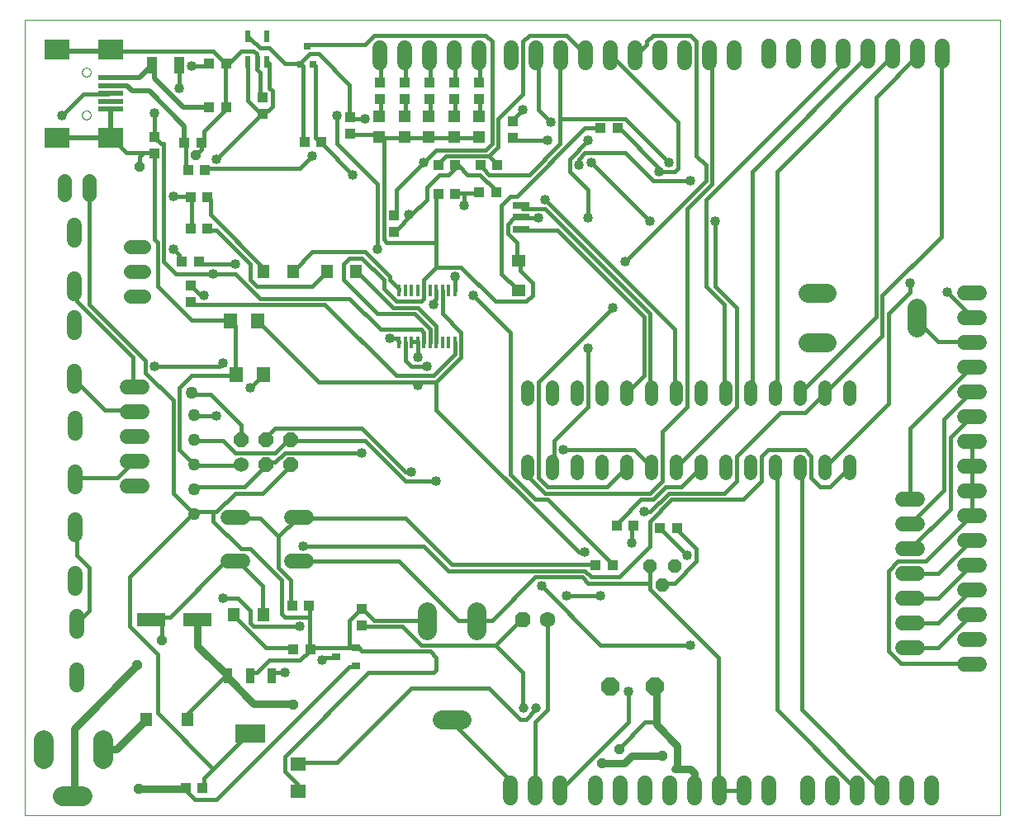
<source format=gtl>
G75*
%MOIN*%
%OFA0B0*%
%FSLAX25Y25*%
%IPPOS*%
%LPD*%
%AMOC8*
5,1,8,0,0,1.08239X$1,22.5*
%
%ADD10C,0.00000*%
%ADD11R,0.04331X0.03937*%
%ADD12OC8,0.06300*%
%ADD13C,0.06300*%
%ADD14R,0.03937X0.04331*%
%ADD15R,0.05512X0.06299*%
%ADD16R,0.06299X0.05512*%
%ADD17R,0.11811X0.05512*%
%ADD18R,0.05000X0.05787*%
%ADD19C,0.06000*%
%ADD20R,0.03937X0.07087*%
%ADD21R,0.03200X0.06000*%
%ADD22R,0.12300X0.07500*%
%ADD23C,0.05600*%
%ADD24R,0.05512X0.04724*%
%ADD25R,0.04724X0.05512*%
%ADD26R,0.04724X0.04724*%
%ADD27C,0.03969*%
%ADD28R,0.03543X0.03150*%
%ADD29R,0.02756X0.02756*%
%ADD30OC8,0.07500*%
%ADD31OC8,0.05200*%
%ADD32C,0.05000*%
%ADD33R,0.09843X0.01969*%
%ADD34R,0.09843X0.07874*%
%ADD35C,0.07800*%
%ADD36R,0.01500X0.04500*%
%ADD37R,0.02165X0.04724*%
%ADD38R,0.06693X0.02756*%
%ADD39C,0.06000*%
%ADD40OC8,0.06000*%
%ADD41C,0.00500*%
%ADD42C,0.07874*%
%ADD43C,0.05200*%
%ADD44C,0.01500*%
%ADD45C,0.04000*%
%ADD46C,0.03000*%
%ADD47OC8,0.04000*%
%ADD48C,0.01600*%
%ADD49C,0.02000*%
D10*
X0085833Y0004167D02*
X0085833Y0325627D01*
X0479534Y0325627D01*
X0479534Y0004167D01*
X0085833Y0004167D01*
X0109061Y0287005D02*
X0109063Y0287089D01*
X0109069Y0287172D01*
X0109079Y0287255D01*
X0109093Y0287338D01*
X0109110Y0287420D01*
X0109132Y0287501D01*
X0109157Y0287580D01*
X0109186Y0287659D01*
X0109219Y0287736D01*
X0109255Y0287811D01*
X0109295Y0287885D01*
X0109338Y0287957D01*
X0109385Y0288026D01*
X0109435Y0288093D01*
X0109488Y0288158D01*
X0109544Y0288220D01*
X0109602Y0288280D01*
X0109664Y0288337D01*
X0109728Y0288390D01*
X0109795Y0288441D01*
X0109864Y0288488D01*
X0109935Y0288533D01*
X0110008Y0288573D01*
X0110083Y0288610D01*
X0110160Y0288644D01*
X0110238Y0288674D01*
X0110317Y0288700D01*
X0110398Y0288723D01*
X0110480Y0288741D01*
X0110562Y0288756D01*
X0110645Y0288767D01*
X0110728Y0288774D01*
X0110812Y0288777D01*
X0110896Y0288776D01*
X0110979Y0288771D01*
X0111063Y0288762D01*
X0111145Y0288749D01*
X0111227Y0288733D01*
X0111308Y0288712D01*
X0111389Y0288688D01*
X0111467Y0288660D01*
X0111545Y0288628D01*
X0111621Y0288592D01*
X0111695Y0288553D01*
X0111767Y0288511D01*
X0111837Y0288465D01*
X0111905Y0288416D01*
X0111970Y0288364D01*
X0112033Y0288309D01*
X0112093Y0288251D01*
X0112151Y0288190D01*
X0112205Y0288126D01*
X0112257Y0288060D01*
X0112305Y0287992D01*
X0112350Y0287921D01*
X0112391Y0287848D01*
X0112430Y0287774D01*
X0112464Y0287698D01*
X0112495Y0287620D01*
X0112522Y0287541D01*
X0112546Y0287460D01*
X0112565Y0287379D01*
X0112581Y0287297D01*
X0112593Y0287214D01*
X0112601Y0287130D01*
X0112605Y0287047D01*
X0112605Y0286963D01*
X0112601Y0286880D01*
X0112593Y0286796D01*
X0112581Y0286713D01*
X0112565Y0286631D01*
X0112546Y0286550D01*
X0112522Y0286469D01*
X0112495Y0286390D01*
X0112464Y0286312D01*
X0112430Y0286236D01*
X0112391Y0286162D01*
X0112350Y0286089D01*
X0112305Y0286018D01*
X0112257Y0285950D01*
X0112205Y0285884D01*
X0112151Y0285820D01*
X0112093Y0285759D01*
X0112033Y0285701D01*
X0111970Y0285646D01*
X0111905Y0285594D01*
X0111837Y0285545D01*
X0111767Y0285499D01*
X0111695Y0285457D01*
X0111621Y0285418D01*
X0111545Y0285382D01*
X0111467Y0285350D01*
X0111389Y0285322D01*
X0111308Y0285298D01*
X0111227Y0285277D01*
X0111145Y0285261D01*
X0111063Y0285248D01*
X0110979Y0285239D01*
X0110896Y0285234D01*
X0110812Y0285233D01*
X0110728Y0285236D01*
X0110645Y0285243D01*
X0110562Y0285254D01*
X0110480Y0285269D01*
X0110398Y0285287D01*
X0110317Y0285310D01*
X0110238Y0285336D01*
X0110160Y0285366D01*
X0110083Y0285400D01*
X0110008Y0285437D01*
X0109935Y0285477D01*
X0109864Y0285522D01*
X0109795Y0285569D01*
X0109728Y0285620D01*
X0109664Y0285673D01*
X0109602Y0285730D01*
X0109544Y0285790D01*
X0109488Y0285852D01*
X0109435Y0285917D01*
X0109385Y0285984D01*
X0109338Y0286053D01*
X0109295Y0286125D01*
X0109255Y0286199D01*
X0109219Y0286274D01*
X0109186Y0286351D01*
X0109157Y0286430D01*
X0109132Y0286509D01*
X0109110Y0286590D01*
X0109093Y0286672D01*
X0109079Y0286755D01*
X0109069Y0286838D01*
X0109063Y0286921D01*
X0109061Y0287005D01*
X0109061Y0304328D02*
X0109063Y0304412D01*
X0109069Y0304495D01*
X0109079Y0304578D01*
X0109093Y0304661D01*
X0109110Y0304743D01*
X0109132Y0304824D01*
X0109157Y0304903D01*
X0109186Y0304982D01*
X0109219Y0305059D01*
X0109255Y0305134D01*
X0109295Y0305208D01*
X0109338Y0305280D01*
X0109385Y0305349D01*
X0109435Y0305416D01*
X0109488Y0305481D01*
X0109544Y0305543D01*
X0109602Y0305603D01*
X0109664Y0305660D01*
X0109728Y0305713D01*
X0109795Y0305764D01*
X0109864Y0305811D01*
X0109935Y0305856D01*
X0110008Y0305896D01*
X0110083Y0305933D01*
X0110160Y0305967D01*
X0110238Y0305997D01*
X0110317Y0306023D01*
X0110398Y0306046D01*
X0110480Y0306064D01*
X0110562Y0306079D01*
X0110645Y0306090D01*
X0110728Y0306097D01*
X0110812Y0306100D01*
X0110896Y0306099D01*
X0110979Y0306094D01*
X0111063Y0306085D01*
X0111145Y0306072D01*
X0111227Y0306056D01*
X0111308Y0306035D01*
X0111389Y0306011D01*
X0111467Y0305983D01*
X0111545Y0305951D01*
X0111621Y0305915D01*
X0111695Y0305876D01*
X0111767Y0305834D01*
X0111837Y0305788D01*
X0111905Y0305739D01*
X0111970Y0305687D01*
X0112033Y0305632D01*
X0112093Y0305574D01*
X0112151Y0305513D01*
X0112205Y0305449D01*
X0112257Y0305383D01*
X0112305Y0305315D01*
X0112350Y0305244D01*
X0112391Y0305171D01*
X0112430Y0305097D01*
X0112464Y0305021D01*
X0112495Y0304943D01*
X0112522Y0304864D01*
X0112546Y0304783D01*
X0112565Y0304702D01*
X0112581Y0304620D01*
X0112593Y0304537D01*
X0112601Y0304453D01*
X0112605Y0304370D01*
X0112605Y0304286D01*
X0112601Y0304203D01*
X0112593Y0304119D01*
X0112581Y0304036D01*
X0112565Y0303954D01*
X0112546Y0303873D01*
X0112522Y0303792D01*
X0112495Y0303713D01*
X0112464Y0303635D01*
X0112430Y0303559D01*
X0112391Y0303485D01*
X0112350Y0303412D01*
X0112305Y0303341D01*
X0112257Y0303273D01*
X0112205Y0303207D01*
X0112151Y0303143D01*
X0112093Y0303082D01*
X0112033Y0303024D01*
X0111970Y0302969D01*
X0111905Y0302917D01*
X0111837Y0302868D01*
X0111767Y0302822D01*
X0111695Y0302780D01*
X0111621Y0302741D01*
X0111545Y0302705D01*
X0111467Y0302673D01*
X0111389Y0302645D01*
X0111308Y0302621D01*
X0111227Y0302600D01*
X0111145Y0302584D01*
X0111063Y0302571D01*
X0110979Y0302562D01*
X0110896Y0302557D01*
X0110812Y0302556D01*
X0110728Y0302559D01*
X0110645Y0302566D01*
X0110562Y0302577D01*
X0110480Y0302592D01*
X0110398Y0302610D01*
X0110317Y0302633D01*
X0110238Y0302659D01*
X0110160Y0302689D01*
X0110083Y0302723D01*
X0110008Y0302760D01*
X0109935Y0302800D01*
X0109864Y0302845D01*
X0109795Y0302892D01*
X0109728Y0302943D01*
X0109664Y0302996D01*
X0109602Y0303053D01*
X0109544Y0303113D01*
X0109488Y0303175D01*
X0109435Y0303240D01*
X0109385Y0303307D01*
X0109338Y0303376D01*
X0109295Y0303448D01*
X0109255Y0303522D01*
X0109219Y0303597D01*
X0109186Y0303674D01*
X0109157Y0303753D01*
X0109132Y0303832D01*
X0109110Y0303913D01*
X0109093Y0303995D01*
X0109079Y0304078D01*
X0109069Y0304161D01*
X0109063Y0304244D01*
X0109061Y0304328D01*
D11*
X0150487Y0275667D03*
X0157180Y0275667D03*
X0158680Y0264667D03*
X0151987Y0264667D03*
X0152987Y0253667D03*
X0159680Y0253667D03*
X0159680Y0241167D03*
X0152987Y0241167D03*
X0156180Y0227667D03*
X0149487Y0227667D03*
X0198987Y0276167D03*
X0205680Y0276167D03*
X0167180Y0290167D03*
X0160487Y0290167D03*
X0160487Y0307667D03*
X0167180Y0307667D03*
X0252987Y0266667D03*
X0259680Y0266667D03*
X0269987Y0266667D03*
X0276680Y0266667D03*
X0276180Y0255667D03*
X0269487Y0255667D03*
X0259680Y0255167D03*
X0252987Y0255167D03*
X0318487Y0281667D03*
X0325180Y0281667D03*
X0324987Y0121167D03*
X0331680Y0121167D03*
X0342487Y0120167D03*
X0349180Y0120167D03*
X0323180Y0105167D03*
X0316487Y0105167D03*
X0200680Y0088667D03*
X0193987Y0088667D03*
X0194487Y0071167D03*
X0201180Y0071167D03*
X0157680Y0015167D03*
X0150987Y0015167D03*
D12*
X0286833Y0083167D03*
D13*
X0296833Y0083167D03*
D14*
X0221833Y0080820D03*
X0221833Y0087513D03*
X0152833Y0211320D03*
X0152833Y0218013D03*
X0138333Y0271320D03*
X0138333Y0278013D03*
X0181833Y0287320D03*
X0181833Y0294013D03*
X0217333Y0286013D03*
X0217333Y0279320D03*
X0229333Y0293320D03*
X0229333Y0300013D03*
X0239333Y0300013D03*
X0239333Y0293320D03*
X0249333Y0293320D03*
X0249333Y0300013D03*
X0259333Y0300013D03*
X0259333Y0293320D03*
X0269333Y0293320D03*
X0269333Y0300013D03*
X0282833Y0284513D03*
X0282833Y0277820D03*
X0234833Y0246513D03*
X0234833Y0239820D03*
D15*
X0179845Y0203667D03*
X0168822Y0203667D03*
X0171322Y0182167D03*
X0182345Y0182167D03*
D16*
X0196333Y0024678D03*
X0196333Y0013655D03*
D17*
X0155782Y0083167D03*
X0136885Y0083167D03*
D18*
X0134869Y0042667D03*
X0151798Y0042667D03*
D19*
X0106933Y0056867D02*
X0106933Y0062867D01*
X0106933Y0078467D02*
X0106933Y0084467D01*
X0106433Y0095867D02*
X0106433Y0101867D01*
X0106433Y0117467D02*
X0106433Y0123467D01*
X0106433Y0136867D02*
X0106433Y0142867D01*
X0106433Y0158467D02*
X0106433Y0164467D01*
X0105933Y0177367D02*
X0105933Y0183367D01*
X0105933Y0198967D02*
X0105933Y0204967D01*
X0105933Y0214867D02*
X0105933Y0220867D01*
X0105933Y0236467D02*
X0105933Y0242467D01*
X0127333Y0177167D02*
X0133333Y0177167D01*
X0133333Y0167167D02*
X0127333Y0167167D01*
X0127333Y0157167D02*
X0133333Y0157167D01*
X0133333Y0147167D02*
X0127333Y0147167D01*
X0127333Y0137167D02*
X0133333Y0137167D01*
X0168033Y0124567D02*
X0174033Y0124567D01*
X0174033Y0106767D02*
X0168033Y0106767D01*
X0193633Y0106767D02*
X0199633Y0106767D01*
X0199633Y0124567D02*
X0193633Y0124567D01*
X0281833Y0017167D02*
X0281833Y0011167D01*
X0291833Y0011167D02*
X0291833Y0017167D01*
X0301833Y0017167D02*
X0301833Y0011167D01*
X0316333Y0011167D02*
X0316333Y0017167D01*
X0326333Y0017167D02*
X0326333Y0011167D01*
X0336333Y0011167D02*
X0336333Y0017167D01*
X0346333Y0017167D02*
X0346333Y0011167D01*
X0356333Y0011167D02*
X0356333Y0017167D01*
X0366333Y0017167D02*
X0366333Y0011167D01*
X0376333Y0011167D02*
X0376333Y0017167D01*
X0386333Y0017167D02*
X0386333Y0011167D01*
X0401833Y0011167D02*
X0401833Y0017167D01*
X0411833Y0017167D02*
X0411833Y0011167D01*
X0421833Y0011167D02*
X0421833Y0017167D01*
X0431833Y0017167D02*
X0431833Y0011167D01*
X0441833Y0011167D02*
X0441833Y0017167D01*
X0451833Y0017167D02*
X0451833Y0011167D01*
X0465333Y0065167D02*
X0471333Y0065167D01*
X0471333Y0075167D02*
X0465333Y0075167D01*
X0465333Y0085167D02*
X0471333Y0085167D01*
X0471333Y0095167D02*
X0465333Y0095167D01*
X0465333Y0105167D02*
X0471333Y0105167D01*
X0471333Y0115167D02*
X0465333Y0115167D01*
X0465333Y0125167D02*
X0471333Y0125167D01*
X0471333Y0135167D02*
X0465333Y0135167D01*
X0465333Y0145167D02*
X0471333Y0145167D01*
X0471333Y0155167D02*
X0465333Y0155167D01*
X0465333Y0165167D02*
X0471333Y0165167D01*
X0471333Y0175167D02*
X0465333Y0175167D01*
X0465333Y0185167D02*
X0471333Y0185167D01*
X0471333Y0195167D02*
X0465333Y0195167D01*
X0465333Y0205167D02*
X0471333Y0205167D01*
X0471333Y0215167D02*
X0465333Y0215167D01*
X0446333Y0131667D02*
X0440333Y0131667D01*
X0440333Y0121667D02*
X0446333Y0121667D01*
X0446333Y0111667D02*
X0440333Y0111667D01*
X0440333Y0101667D02*
X0446333Y0101667D01*
X0446333Y0091667D02*
X0440333Y0091667D01*
X0440333Y0081667D02*
X0446333Y0081667D01*
X0446333Y0071667D02*
X0440333Y0071667D01*
X0436333Y0308667D02*
X0436333Y0314667D01*
X0426333Y0314667D02*
X0426333Y0308667D01*
X0416333Y0308667D02*
X0416333Y0314667D01*
X0406333Y0314667D02*
X0406333Y0308667D01*
X0396333Y0308667D02*
X0396333Y0314667D01*
X0386333Y0314667D02*
X0386333Y0308667D01*
X0372333Y0308167D02*
X0372333Y0314167D01*
X0362333Y0314167D02*
X0362333Y0308167D01*
X0352333Y0308167D02*
X0352333Y0314167D01*
X0342333Y0314167D02*
X0342333Y0308167D01*
X0332333Y0308167D02*
X0332333Y0314167D01*
X0322333Y0314167D02*
X0322333Y0308167D01*
X0312333Y0308167D02*
X0312333Y0314167D01*
X0302333Y0314167D02*
X0302333Y0308167D01*
X0292333Y0308167D02*
X0292333Y0314167D01*
X0282333Y0314167D02*
X0282333Y0308167D01*
X0269333Y0308167D02*
X0269333Y0314167D01*
X0259333Y0314167D02*
X0259333Y0308167D01*
X0249333Y0308167D02*
X0249333Y0314167D01*
X0239333Y0314167D02*
X0239333Y0308167D01*
X0229333Y0308167D02*
X0229333Y0314167D01*
X0446333Y0314667D02*
X0446333Y0308667D01*
X0456333Y0308667D02*
X0456333Y0314667D01*
D20*
X0148345Y0307167D03*
X0137322Y0307167D03*
D21*
X0167823Y0060556D03*
X0176833Y0060556D03*
X0185773Y0060556D03*
D22*
X0176833Y0037167D03*
D23*
X0134133Y0213667D02*
X0128533Y0213667D01*
X0128533Y0223667D02*
X0134133Y0223667D01*
X0134133Y0233667D02*
X0128533Y0233667D01*
X0111833Y0254867D02*
X0111833Y0260467D01*
X0101833Y0260467D02*
X0101833Y0254867D01*
D24*
X0285333Y0228072D03*
X0285333Y0216261D03*
D25*
X0219739Y0223667D03*
X0207928Y0223667D03*
X0194239Y0223667D03*
X0182428Y0223667D03*
X0182239Y0085167D03*
X0170428Y0085167D03*
D26*
X0228833Y0278033D03*
X0228833Y0286301D03*
X0239333Y0286301D03*
X0239333Y0278033D03*
X0248833Y0278033D03*
X0248833Y0286301D03*
X0259333Y0286301D03*
X0259333Y0278033D03*
X0269333Y0278033D03*
X0269333Y0286301D03*
D27*
X0287471Y0047592D03*
X0292196Y0047592D03*
D28*
X0219770Y0064427D03*
X0219770Y0071907D03*
X0211503Y0068167D03*
D29*
X0202392Y0307525D03*
X0197274Y0307525D03*
X0199833Y0314808D03*
D30*
X0322333Y0056167D03*
X0340333Y0056167D03*
D31*
X0343333Y0097167D03*
X0338333Y0104667D03*
X0348333Y0104667D03*
D32*
X0154333Y0125667D03*
X0154333Y0135667D03*
X0154333Y0145667D03*
X0154333Y0155667D03*
X0154333Y0165667D03*
X0153333Y0174667D03*
D33*
X0120676Y0289367D03*
X0120676Y0292517D03*
X0120676Y0295667D03*
X0120676Y0298816D03*
X0120676Y0301966D03*
D34*
X0120676Y0313383D03*
X0099022Y0313383D03*
X0099022Y0277950D03*
X0120676Y0277950D03*
D35*
X0248333Y0086567D02*
X0248333Y0078767D01*
X0268333Y0078767D02*
X0268333Y0086567D01*
X0262233Y0042667D02*
X0254433Y0042667D01*
X0401933Y0195167D02*
X0409733Y0195167D01*
X0409733Y0215167D02*
X0401933Y0215167D01*
X0445833Y0209067D02*
X0445833Y0201267D01*
D36*
X0259583Y0195117D03*
X0257083Y0195117D03*
X0254583Y0195117D03*
X0252083Y0195117D03*
X0249583Y0195117D03*
X0247083Y0195117D03*
X0244583Y0195117D03*
X0242083Y0195117D03*
X0239583Y0195117D03*
X0237083Y0195117D03*
X0237083Y0216217D03*
X0239583Y0216217D03*
X0242083Y0216217D03*
X0244583Y0216217D03*
X0247083Y0216217D03*
X0249583Y0216217D03*
X0252083Y0216217D03*
X0254583Y0216217D03*
X0257083Y0216217D03*
X0259583Y0216217D03*
D37*
X0183573Y0308548D03*
X0179833Y0308548D03*
X0176093Y0308548D03*
X0176093Y0318785D03*
X0183573Y0318785D03*
D38*
X0286333Y0250391D03*
X0286333Y0245667D03*
X0286333Y0240942D03*
D39*
X0173333Y0145667D03*
D40*
X0183333Y0145667D03*
X0193333Y0145667D03*
X0193333Y0155667D03*
X0183333Y0155667D03*
X0173333Y0155667D03*
D41*
X0119333Y0037167D02*
X0115833Y0037167D01*
X0115833Y0024167D01*
X0119333Y0024167D01*
X0119333Y0037167D01*
X0095333Y0036167D02*
X0095333Y0025167D01*
X0091333Y0025167D01*
X0091333Y0036167D01*
X0095333Y0036167D01*
X0099833Y0013667D02*
X0110833Y0013667D01*
X0110833Y0009667D01*
X0099833Y0009667D01*
X0099833Y0013667D01*
D42*
X0101396Y0011769D02*
X0109270Y0011769D01*
X0117538Y0026730D02*
X0117538Y0034604D01*
X0093522Y0034604D02*
X0093522Y0026730D01*
D43*
X0288833Y0142067D02*
X0288833Y0147267D01*
X0298833Y0147267D02*
X0298833Y0142067D01*
X0308833Y0142067D02*
X0308833Y0147267D01*
X0318833Y0147267D02*
X0318833Y0142067D01*
X0328833Y0142067D02*
X0328833Y0147267D01*
X0338833Y0147267D02*
X0338833Y0142067D01*
X0348833Y0142067D02*
X0348833Y0147267D01*
X0358833Y0147267D02*
X0358833Y0142067D01*
X0368833Y0142067D02*
X0368833Y0147267D01*
X0378833Y0147267D02*
X0378833Y0142067D01*
X0388833Y0142067D02*
X0388833Y0147267D01*
X0398833Y0147267D02*
X0398833Y0142067D01*
X0408833Y0142067D02*
X0408833Y0147267D01*
X0418833Y0147267D02*
X0418833Y0142067D01*
X0418833Y0172067D02*
X0418833Y0177267D01*
X0408833Y0177267D02*
X0408833Y0172067D01*
X0398833Y0172067D02*
X0398833Y0177267D01*
X0388833Y0177267D02*
X0388833Y0172067D01*
X0378833Y0172067D02*
X0378833Y0177267D01*
X0368833Y0177267D02*
X0368833Y0172067D01*
X0358833Y0172067D02*
X0358833Y0177267D01*
X0348833Y0177267D02*
X0348833Y0172067D01*
X0338833Y0172067D02*
X0338833Y0177267D01*
X0328833Y0177267D02*
X0328833Y0172067D01*
X0318833Y0172067D02*
X0318833Y0177267D01*
X0308833Y0177267D02*
X0308833Y0172067D01*
X0298833Y0172067D02*
X0298833Y0177267D01*
X0288833Y0177267D02*
X0288833Y0172067D01*
D44*
X0293333Y0179167D02*
X0293333Y0140417D01*
X0297083Y0136667D01*
X0320833Y0136667D01*
X0328833Y0144667D01*
X0332083Y0151667D02*
X0338333Y0145417D01*
X0338833Y0144667D01*
X0343333Y0139167D02*
X0343333Y0159167D01*
X0353333Y0169167D01*
X0353333Y0249167D01*
X0363333Y0259167D01*
X0363333Y0310417D01*
X0362333Y0311167D01*
X0357083Y0316667D02*
X0357083Y0270417D01*
X0360833Y0266667D01*
X0360833Y0260417D01*
X0328333Y0227917D01*
X0338333Y0244167D02*
X0314583Y0267917D01*
X0312083Y0271667D02*
X0328333Y0271667D01*
X0339583Y0260417D01*
X0354583Y0260417D01*
X0349583Y0265417D02*
X0348333Y0264167D01*
X0343333Y0264167D01*
X0342083Y0265417D01*
X0342083Y0264167D01*
X0342083Y0265417D02*
X0325833Y0281667D01*
X0325180Y0281667D01*
X0328333Y0285417D02*
X0302083Y0285417D01*
X0302083Y0275417D01*
X0289583Y0262917D01*
X0273333Y0262917D01*
X0270833Y0265417D01*
X0270833Y0266667D01*
X0269987Y0266667D01*
X0269583Y0262917D02*
X0264583Y0262917D01*
X0260833Y0266667D01*
X0259680Y0266667D01*
X0260833Y0266667D02*
X0257083Y0262917D01*
X0253333Y0262917D01*
X0248333Y0257917D01*
X0248333Y0252917D01*
X0242083Y0246667D01*
X0240833Y0246667D01*
X0242083Y0246667D02*
X0235833Y0240417D01*
X0234833Y0239820D01*
X0230833Y0236667D02*
X0232083Y0235417D01*
X0252083Y0235417D01*
X0252083Y0254167D01*
X0252987Y0255167D01*
X0259680Y0255167D02*
X0260833Y0255417D01*
X0263333Y0255417D01*
X0263333Y0250417D01*
X0263333Y0255417D02*
X0268333Y0255417D01*
X0269487Y0255667D01*
X0275833Y0256667D02*
X0269583Y0262917D01*
X0276680Y0266667D02*
X0277083Y0266667D01*
X0273333Y0270417D01*
X0277083Y0274167D01*
X0277083Y0285417D01*
X0287083Y0295417D01*
X0287083Y0316667D01*
X0289583Y0319167D01*
X0304583Y0319167D01*
X0312083Y0311667D01*
X0312333Y0311167D01*
X0302333Y0311167D02*
X0302083Y0310417D01*
X0302083Y0285417D01*
X0298333Y0284167D02*
X0293333Y0289167D01*
X0293333Y0310417D01*
X0292333Y0311167D01*
X0274583Y0316667D02*
X0274583Y0275417D01*
X0272083Y0272917D01*
X0252083Y0272917D01*
X0247083Y0267917D01*
X0235833Y0256667D01*
X0235833Y0246667D01*
X0234833Y0246513D01*
X0230833Y0236667D02*
X0230833Y0277917D01*
X0228833Y0278033D01*
X0229583Y0277917D01*
X0230833Y0277917D01*
X0238333Y0277917D01*
X0239333Y0278033D01*
X0239583Y0277917D01*
X0248333Y0277917D01*
X0248833Y0278033D01*
X0249583Y0277917D01*
X0258333Y0277917D01*
X0259333Y0278033D01*
X0259583Y0277917D01*
X0268333Y0277917D01*
X0269333Y0278033D01*
X0273333Y0270417D02*
X0255833Y0270417D01*
X0253333Y0267917D01*
X0253333Y0266667D01*
X0252987Y0266667D01*
X0248833Y0286301D02*
X0249583Y0286667D01*
X0249583Y0292917D01*
X0249333Y0293320D01*
X0249333Y0300013D02*
X0249583Y0300417D01*
X0249583Y0310417D01*
X0249333Y0311167D01*
X0239583Y0310417D02*
X0239583Y0300417D01*
X0239333Y0300013D01*
X0239333Y0293320D02*
X0239583Y0292917D01*
X0239583Y0286667D01*
X0239333Y0286301D01*
X0229583Y0286667D02*
X0229583Y0292917D01*
X0229333Y0293320D01*
X0229333Y0300013D02*
X0229583Y0300417D01*
X0229583Y0310417D01*
X0229333Y0311167D01*
X0223333Y0315417D02*
X0227083Y0319167D01*
X0272083Y0319167D01*
X0274583Y0316667D01*
X0269333Y0311167D02*
X0269583Y0310417D01*
X0269583Y0300417D01*
X0269333Y0300013D01*
X0269333Y0293320D02*
X0269583Y0292917D01*
X0269583Y0286667D01*
X0269333Y0286301D01*
X0259583Y0286667D02*
X0259583Y0292917D01*
X0259333Y0293320D01*
X0259333Y0300013D02*
X0259583Y0300417D01*
X0259583Y0310417D01*
X0259333Y0311167D01*
X0239583Y0310417D02*
X0239333Y0311167D01*
X0223333Y0315417D02*
X0200833Y0315417D01*
X0199833Y0314808D01*
X0200833Y0311667D02*
X0197083Y0307917D01*
X0197274Y0307525D01*
X0198333Y0306667D01*
X0198333Y0276667D01*
X0198987Y0276167D01*
X0203333Y0277917D02*
X0204583Y0276667D01*
X0205680Y0276167D01*
X0205833Y0275417D01*
X0218333Y0262917D01*
X0228333Y0259167D02*
X0228333Y0232917D01*
X0223333Y0231667D02*
X0202083Y0231667D01*
X0194583Y0224167D01*
X0194239Y0223667D01*
X0202083Y0217917D02*
X0207083Y0222917D01*
X0207928Y0223667D01*
X0214583Y0226667D02*
X0214583Y0220417D01*
X0228333Y0206667D01*
X0243333Y0206667D01*
X0249583Y0200417D01*
X0249583Y0195117D01*
X0247083Y0195117D02*
X0247083Y0199167D01*
X0245833Y0200417D01*
X0229583Y0200417D01*
X0217083Y0212917D01*
X0180833Y0212917D01*
X0170833Y0222917D01*
X0162083Y0222917D01*
X0147083Y0222917D01*
X0142083Y0227917D01*
X0142083Y0275417D01*
X0140833Y0275417D01*
X0138333Y0277917D01*
X0138333Y0278013D01*
X0138333Y0287917D01*
X0148333Y0297917D02*
X0148333Y0306667D01*
X0148345Y0307167D01*
X0153333Y0306667D02*
X0159583Y0306667D01*
X0160487Y0307667D01*
X0162083Y0312917D02*
X0120833Y0312917D01*
X0120676Y0313383D01*
X0119583Y0312917D01*
X0120877Y0302167D02*
X0120676Y0301966D01*
X0120676Y0295667D02*
X0119583Y0295417D01*
X0109583Y0295417D01*
X0100833Y0286667D01*
X0097083Y0280417D02*
X0098333Y0279167D01*
X0099022Y0277950D01*
X0099583Y0277917D01*
X0119583Y0277917D02*
X0120676Y0277950D01*
X0120833Y0277917D01*
X0127083Y0271667D01*
X0133833Y0271667D01*
X0132333Y0270167D01*
X0132333Y0266167D01*
X0133833Y0271667D02*
X0138333Y0271667D01*
X0138333Y0271320D01*
X0138333Y0236667D01*
X0139583Y0235417D01*
X0139583Y0217917D01*
X0153333Y0204167D01*
X0168333Y0204167D01*
X0168822Y0203667D01*
X0169583Y0202917D01*
X0170833Y0201667D01*
X0170833Y0182917D01*
X0171322Y0182167D01*
X0170833Y0181667D01*
X0153333Y0181667D01*
X0148333Y0176667D01*
X0148333Y0151667D01*
X0154333Y0145667D01*
X0154583Y0145417D01*
X0173333Y0145417D01*
X0173333Y0145667D01*
X0170833Y0150417D02*
X0187083Y0150417D01*
X0193333Y0156667D01*
X0193333Y0155667D01*
X0193333Y0155417D01*
X0223333Y0155417D01*
X0239583Y0139167D01*
X0252083Y0139167D01*
X0242083Y0142917D02*
X0239583Y0142917D01*
X0222083Y0160417D01*
X0187083Y0160417D01*
X0183333Y0156667D01*
X0183333Y0155667D01*
X0183333Y0146667D02*
X0183333Y0145667D01*
X0183333Y0145417D01*
X0174583Y0136667D01*
X0154583Y0136667D01*
X0154333Y0135667D01*
X0145833Y0134167D02*
X0154333Y0125667D01*
X0153333Y0125417D01*
X0128333Y0100417D01*
X0128333Y0080417D01*
X0139583Y0069167D01*
X0139583Y0045417D01*
X0162083Y0022917D01*
X0158333Y0019167D01*
X0158333Y0015417D01*
X0157680Y0015167D01*
X0154583Y0010417D02*
X0150833Y0014167D01*
X0150987Y0015167D01*
X0154583Y0010417D02*
X0163333Y0010417D01*
X0217083Y0064167D01*
X0219583Y0064167D01*
X0219770Y0064427D01*
X0224583Y0061667D02*
X0250833Y0061667D01*
X0252083Y0062917D01*
X0252083Y0067917D01*
X0249583Y0070417D01*
X0222083Y0070417D01*
X0220833Y0071667D01*
X0219770Y0071907D01*
X0219583Y0071667D01*
X0217083Y0071667D01*
X0217083Y0082917D01*
X0220833Y0086667D01*
X0221833Y0087513D01*
X0222083Y0087917D01*
X0227083Y0082917D01*
X0248333Y0082917D01*
X0248333Y0082667D01*
X0245833Y0072917D02*
X0275833Y0072917D01*
X0287083Y0061667D01*
X0287083Y0047917D01*
X0287471Y0047592D01*
X0292083Y0046667D02*
X0288333Y0042917D01*
X0285833Y0042917D01*
X0273333Y0055417D01*
X0242083Y0055417D01*
X0212083Y0025417D01*
X0197083Y0025417D01*
X0196333Y0024678D01*
X0190833Y0021667D02*
X0190833Y0027917D01*
X0224583Y0061667D01*
X0217083Y0071667D02*
X0202083Y0071667D01*
X0201180Y0071167D01*
X0200833Y0070417D01*
X0197083Y0066667D01*
X0184583Y0066667D01*
X0179583Y0061667D01*
X0177083Y0061667D01*
X0176833Y0060556D01*
X0185773Y0060556D02*
X0185833Y0061667D01*
X0190833Y0061667D01*
X0194487Y0071167D02*
X0193333Y0071667D01*
X0183333Y0071667D01*
X0170833Y0084167D01*
X0170428Y0085167D01*
X0172083Y0091667D02*
X0165833Y0091667D01*
X0172083Y0091667D02*
X0177083Y0086667D01*
X0177083Y0081667D01*
X0178333Y0080417D01*
X0197083Y0080417D01*
X0200833Y0084167D02*
X0190833Y0084167D01*
X0189583Y0085417D01*
X0189583Y0099167D01*
X0177083Y0111667D01*
X0173333Y0111667D01*
X0162083Y0122917D01*
X0162083Y0126667D01*
X0154583Y0126667D01*
X0154333Y0125667D01*
X0162083Y0126667D02*
X0163333Y0126667D01*
X0170833Y0134167D01*
X0182083Y0134167D01*
X0193333Y0145417D01*
X0193333Y0145667D01*
X0190833Y0150417D02*
X0187083Y0146667D01*
X0183333Y0146667D01*
X0190833Y0150417D02*
X0222083Y0150417D01*
X0239583Y0124167D02*
X0197083Y0124167D01*
X0196633Y0124567D01*
X0195833Y0124167D01*
X0188333Y0116667D01*
X0180833Y0124167D01*
X0172083Y0124167D01*
X0171033Y0124567D01*
X0188333Y0116667D02*
X0188333Y0104167D01*
X0193333Y0099167D01*
X0193333Y0089167D01*
X0193987Y0088667D01*
X0200680Y0088667D02*
X0200833Y0087917D01*
X0200833Y0084167D01*
X0200833Y0071667D01*
X0201180Y0071167D01*
X0205833Y0066667D02*
X0207083Y0067917D01*
X0210833Y0067917D01*
X0211503Y0068167D01*
X0222083Y0080417D02*
X0221833Y0080820D01*
X0222083Y0080417D02*
X0238333Y0080417D01*
X0245833Y0072917D01*
X0260833Y0082917D02*
X0237083Y0106667D01*
X0197083Y0106667D01*
X0196633Y0106767D01*
X0198333Y0112917D02*
X0247083Y0112917D01*
X0257083Y0102917D01*
X0312083Y0102917D01*
X0314583Y0100417D01*
X0325833Y0100417D01*
X0338333Y0112917D01*
X0338333Y0122917D01*
X0347083Y0131667D01*
X0375833Y0131667D01*
X0383333Y0139167D01*
X0383333Y0149167D01*
X0385833Y0151667D01*
X0400833Y0151667D01*
X0403333Y0149167D01*
X0403333Y0140417D01*
X0407083Y0136667D01*
X0410833Y0136667D01*
X0418833Y0144667D01*
X0408833Y0144667D02*
X0434583Y0170417D01*
X0434583Y0206667D01*
X0443333Y0215417D01*
X0443333Y0219167D01*
X0432083Y0214167D02*
X0432083Y0197917D01*
X0408833Y0174667D01*
X0400833Y0166667D01*
X0390833Y0166667D01*
X0373333Y0149167D01*
X0373333Y0139167D01*
X0368333Y0134167D01*
X0345833Y0134167D01*
X0338333Y0126667D01*
X0335833Y0126667D01*
X0334583Y0131667D02*
X0339583Y0131667D01*
X0344583Y0136667D01*
X0350833Y0136667D01*
X0358833Y0144667D01*
X0348833Y0144667D02*
X0373333Y0169167D01*
X0373333Y0209167D01*
X0364583Y0217917D01*
X0364583Y0244167D01*
X0360833Y0252917D02*
X0415833Y0307917D01*
X0415833Y0311667D01*
X0416333Y0311667D01*
X0426333Y0311667D02*
X0427083Y0311667D01*
X0379583Y0264167D01*
X0379583Y0175417D01*
X0378833Y0174667D01*
X0368833Y0174667D02*
X0368333Y0175417D01*
X0368333Y0210417D01*
X0360833Y0217917D01*
X0360833Y0252917D01*
X0349583Y0265417D02*
X0349583Y0284167D01*
X0323333Y0310417D01*
X0322333Y0311167D01*
X0332333Y0311167D02*
X0333333Y0311667D01*
X0337083Y0315417D01*
X0337083Y0316667D01*
X0339583Y0319167D01*
X0354583Y0319167D01*
X0357083Y0316667D01*
X0328333Y0285417D02*
X0345833Y0267917D01*
X0318487Y0281667D02*
X0312083Y0281667D01*
X0284583Y0254167D01*
X0282083Y0254167D01*
X0278333Y0250417D01*
X0278333Y0222917D01*
X0284583Y0216667D01*
X0285333Y0216261D01*
X0288333Y0211667D02*
X0275833Y0211667D01*
X0262083Y0225417D01*
X0252083Y0225417D01*
X0247083Y0220417D01*
X0247083Y0216217D01*
X0247083Y0212917D01*
X0245833Y0211667D01*
X0235833Y0211667D01*
X0230833Y0216667D01*
X0230833Y0220417D01*
X0222083Y0229167D01*
X0217083Y0229167D01*
X0214583Y0226667D01*
X0219739Y0223667D02*
X0220833Y0222917D01*
X0234583Y0209167D01*
X0244583Y0209167D01*
X0252083Y0201667D01*
X0252083Y0195117D01*
X0259583Y0195117D02*
X0259583Y0190417D01*
X0250833Y0181667D01*
X0235833Y0181667D01*
X0207083Y0210417D01*
X0153333Y0210417D01*
X0152833Y0211320D01*
X0157083Y0214167D02*
X0158333Y0214167D01*
X0157083Y0214167D02*
X0153333Y0217917D01*
X0152833Y0218013D01*
X0157083Y0226667D02*
X0156180Y0227667D01*
X0157083Y0226667D02*
X0170833Y0226667D01*
X0177083Y0226667D02*
X0177083Y0220417D01*
X0179583Y0217917D01*
X0202083Y0217917D01*
X0183333Y0224167D02*
X0182428Y0223667D01*
X0183333Y0224167D02*
X0160833Y0246667D01*
X0160833Y0252917D01*
X0159680Y0253667D01*
X0153333Y0252917D02*
X0152987Y0253667D01*
X0152083Y0254167D01*
X0145833Y0254167D01*
X0153333Y0252917D02*
X0153333Y0241667D01*
X0152987Y0241167D01*
X0159680Y0241167D02*
X0160833Y0240417D01*
X0163333Y0240417D01*
X0177083Y0226667D01*
X0179845Y0203667D02*
X0180833Y0202917D01*
X0204583Y0179167D01*
X0244583Y0179167D01*
X0244583Y0177917D01*
X0244583Y0179167D02*
X0252083Y0179167D01*
X0252083Y0167917D01*
X0309583Y0110417D01*
X0312083Y0110417D01*
X0315833Y0105417D02*
X0316487Y0105167D01*
X0315833Y0105417D02*
X0258333Y0105417D01*
X0239583Y0124167D01*
X0282083Y0141667D02*
X0282083Y0199167D01*
X0267083Y0214167D01*
X0259583Y0216217D02*
X0259583Y0221667D01*
X0252083Y0225417D02*
X0252083Y0235417D01*
X0233333Y0221667D02*
X0233333Y0220417D01*
X0237083Y0216667D01*
X0237083Y0216217D01*
X0233333Y0221667D02*
X0223333Y0231667D01*
X0250833Y0211667D02*
X0252083Y0212917D01*
X0252083Y0216217D01*
X0254583Y0216217D02*
X0254583Y0206667D01*
X0262083Y0199167D01*
X0262083Y0189167D01*
X0252083Y0179167D01*
X0248333Y0185417D02*
X0242083Y0185417D01*
X0239583Y0187917D01*
X0239583Y0195117D01*
X0237083Y0195117D02*
X0237083Y0195417D01*
X0235833Y0196667D01*
X0233333Y0196667D01*
X0242083Y0195417D02*
X0242083Y0195117D01*
X0242083Y0195417D02*
X0244583Y0195417D01*
X0244583Y0195117D01*
X0244583Y0189167D01*
X0250833Y0210417D02*
X0250833Y0211667D01*
X0284583Y0229167D02*
X0285333Y0228072D01*
X0285833Y0227917D01*
X0285833Y0224167D01*
X0290833Y0219167D01*
X0290833Y0214167D01*
X0288333Y0211667D01*
X0284583Y0229167D02*
X0284583Y0235417D01*
X0280833Y0239167D01*
X0280833Y0242917D01*
X0283333Y0245417D01*
X0285833Y0245417D01*
X0286333Y0245667D01*
X0287083Y0245417D01*
X0293333Y0245417D01*
X0295833Y0249167D02*
X0287083Y0249167D01*
X0286333Y0250391D01*
X0286333Y0240942D02*
X0287083Y0240417D01*
X0300833Y0240417D01*
X0335833Y0205417D01*
X0335833Y0181667D01*
X0328833Y0174667D01*
X0338333Y0175417D02*
X0338833Y0174667D01*
X0338333Y0175417D02*
X0338333Y0206667D01*
X0295833Y0249167D01*
X0295833Y0252917D02*
X0348333Y0200417D01*
X0348333Y0175417D01*
X0348833Y0174667D01*
X0332083Y0151667D02*
X0303333Y0151667D01*
X0299583Y0155417D02*
X0313333Y0169167D01*
X0313333Y0192917D01*
X0323333Y0209167D02*
X0293333Y0179167D01*
X0299583Y0155417D02*
X0299583Y0145417D01*
X0298833Y0144667D01*
X0289583Y0144167D02*
X0289583Y0140417D01*
X0295833Y0134167D01*
X0338333Y0134167D01*
X0343333Y0139167D01*
X0334583Y0131667D02*
X0325833Y0122917D01*
X0325833Y0121667D01*
X0324987Y0121167D01*
X0330833Y0120417D02*
X0331680Y0121167D01*
X0330833Y0120417D02*
X0330833Y0114167D01*
X0322083Y0106667D02*
X0322083Y0105417D01*
X0323180Y0105167D01*
X0322083Y0106667D02*
X0297083Y0131667D01*
X0292083Y0131667D01*
X0282083Y0141667D01*
X0288833Y0144667D02*
X0289583Y0144167D01*
X0292083Y0100417D02*
X0310833Y0100417D01*
X0313333Y0097917D01*
X0338333Y0097917D01*
X0338333Y0095417D01*
X0365833Y0067917D01*
X0365833Y0014167D01*
X0366333Y0014167D01*
X0376333Y0014167D01*
X0389583Y0046667D02*
X0422083Y0014167D01*
X0421833Y0014167D01*
X0431833Y0014167D02*
X0432083Y0014167D01*
X0399583Y0046667D01*
X0399583Y0144167D01*
X0398833Y0144667D01*
X0389583Y0144167D02*
X0388833Y0144667D01*
X0389583Y0144167D02*
X0389583Y0046667D01*
X0354583Y0072917D02*
X0318333Y0072917D01*
X0294583Y0096667D01*
X0292083Y0100417D02*
X0274583Y0082917D01*
X0268333Y0082917D01*
X0268333Y0082667D01*
X0268333Y0082917D02*
X0260833Y0082917D01*
X0275833Y0072917D02*
X0285833Y0082917D01*
X0286833Y0083167D01*
X0296833Y0083167D02*
X0297083Y0082917D01*
X0297083Y0046667D01*
X0292083Y0041667D01*
X0292083Y0014167D01*
X0291833Y0014167D01*
X0281833Y0014167D02*
X0280833Y0014167D01*
X0280833Y0019167D01*
X0258333Y0041667D01*
X0258333Y0042667D01*
X0292083Y0046667D02*
X0292196Y0047592D01*
X0301833Y0014167D02*
X0302083Y0014167D01*
X0329583Y0041667D01*
X0329583Y0054167D01*
X0336333Y0041667D02*
X0340833Y0041667D01*
X0336333Y0041667D02*
X0325833Y0031167D01*
X0325833Y0030917D01*
X0318333Y0092917D02*
X0304583Y0092917D01*
X0338333Y0097917D02*
X0338333Y0104667D01*
X0343333Y0097917D02*
X0343333Y0097167D01*
X0343333Y0097917D02*
X0348333Y0097917D01*
X0357083Y0106667D01*
X0357083Y0111667D01*
X0349583Y0119167D01*
X0349180Y0120167D01*
X0343333Y0119167D02*
X0342487Y0120167D01*
X0343333Y0119167D02*
X0353333Y0109167D01*
X0388833Y0174667D02*
X0389583Y0175417D01*
X0389583Y0264167D01*
X0437083Y0311667D01*
X0436333Y0311667D01*
X0446333Y0311667D02*
X0447083Y0311667D01*
X0429583Y0294167D01*
X0429583Y0205417D01*
X0398833Y0174667D01*
X0443333Y0160417D02*
X0468333Y0185417D01*
X0468333Y0185167D01*
X0468333Y0175417D02*
X0468333Y0175167D01*
X0468333Y0175417D02*
X0457083Y0164167D01*
X0457083Y0135417D01*
X0443333Y0121667D01*
X0443333Y0131667D02*
X0443333Y0160417D01*
X0459583Y0156667D02*
X0468333Y0165417D01*
X0468333Y0165167D01*
X0468333Y0155167D02*
X0468333Y0145167D01*
X0468333Y0135167D01*
X0468333Y0125417D01*
X0468333Y0125167D01*
X0468333Y0125417D02*
X0449583Y0106667D01*
X0438333Y0106667D01*
X0434583Y0102917D01*
X0434583Y0070417D01*
X0439583Y0065417D01*
X0468333Y0065417D01*
X0468333Y0065167D01*
X0454583Y0071667D02*
X0468333Y0085417D01*
X0468333Y0085167D01*
X0468333Y0095167D02*
X0468333Y0095417D01*
X0454583Y0081667D01*
X0443333Y0081667D01*
X0443333Y0091667D02*
X0454583Y0091667D01*
X0468333Y0105417D01*
X0468333Y0105167D01*
X0468333Y0115417D02*
X0454583Y0101667D01*
X0443333Y0101667D01*
X0443333Y0111667D02*
X0459583Y0127917D01*
X0459583Y0156667D01*
X0454583Y0195417D02*
X0445833Y0204167D01*
X0445833Y0205167D01*
X0454583Y0195417D02*
X0468333Y0195417D01*
X0468333Y0195167D01*
X0468333Y0205167D02*
X0468333Y0205417D01*
X0458333Y0215417D01*
X0455833Y0237917D02*
X0432083Y0214167D01*
X0455833Y0237917D02*
X0455833Y0311667D01*
X0456333Y0311667D01*
X0313333Y0276667D02*
X0305833Y0269167D01*
X0305833Y0264167D01*
X0313333Y0256667D01*
X0313333Y0245417D01*
X0309583Y0266667D02*
X0309583Y0269167D01*
X0312083Y0271667D01*
X0297083Y0276667D02*
X0283333Y0276667D01*
X0282833Y0277820D01*
X0282833Y0284513D02*
X0283333Y0285417D01*
X0287083Y0289167D01*
X0259583Y0286667D02*
X0259333Y0286301D01*
X0229583Y0286667D02*
X0228833Y0286301D01*
X0223333Y0285417D02*
X0218333Y0285417D01*
X0217333Y0286013D01*
X0217083Y0286667D01*
X0217083Y0299167D01*
X0204583Y0311667D01*
X0200833Y0311667D01*
X0202392Y0307525D02*
X0203333Y0306667D01*
X0203333Y0277917D01*
X0202083Y0270417D02*
X0197083Y0265417D01*
X0159583Y0265417D01*
X0158680Y0264667D01*
X0163333Y0269167D02*
X0180833Y0286667D01*
X0181833Y0287320D01*
X0182083Y0286667D01*
X0185833Y0290417D01*
X0185833Y0296667D01*
X0184583Y0297917D01*
X0184583Y0307917D01*
X0183573Y0308548D01*
X0179833Y0308548D02*
X0179583Y0309167D01*
X0179583Y0311667D01*
X0178333Y0312917D01*
X0173333Y0312917D01*
X0168333Y0307917D01*
X0167180Y0307667D01*
X0167083Y0307917D01*
X0162083Y0312917D01*
X0167180Y0307667D02*
X0167083Y0306667D01*
X0167083Y0290417D01*
X0167180Y0290167D01*
X0167083Y0289167D01*
X0158333Y0280417D01*
X0158333Y0276667D01*
X0157180Y0275667D01*
X0157180Y0273013D01*
X0154833Y0270667D01*
X0150833Y0275417D02*
X0150833Y0265417D01*
X0151987Y0264667D01*
X0150833Y0275417D02*
X0150487Y0275667D01*
X0159583Y0290417D02*
X0160487Y0290167D01*
X0175833Y0292917D02*
X0175833Y0307917D01*
X0176093Y0308548D01*
X0179583Y0307917D02*
X0179833Y0308548D01*
X0179583Y0307917D02*
X0179583Y0305417D01*
X0180833Y0304167D01*
X0180833Y0294167D01*
X0181833Y0294013D01*
X0175833Y0292917D02*
X0180833Y0287917D01*
X0181833Y0287320D01*
X0190833Y0307917D02*
X0184583Y0314167D01*
X0180833Y0314167D01*
X0177083Y0317917D01*
X0176093Y0318785D01*
X0190833Y0307917D02*
X0197083Y0307917D01*
X0212083Y0286667D02*
X0212083Y0275417D01*
X0228333Y0259167D01*
X0228833Y0278033D02*
X0228333Y0279167D01*
X0218333Y0279167D01*
X0217333Y0279320D01*
X0275833Y0256667D02*
X0276180Y0255667D01*
X0182345Y0182167D02*
X0182083Y0181667D01*
X0177083Y0176667D01*
X0165833Y0186667D02*
X0164583Y0185417D01*
X0138333Y0185417D01*
X0134583Y0182917D02*
X0134583Y0187917D01*
X0112083Y0210417D01*
X0112083Y0256667D01*
X0111833Y0257667D01*
X0145833Y0232917D02*
X0148333Y0230417D01*
X0148333Y0227917D01*
X0149487Y0227667D01*
X0129583Y0189167D02*
X0107083Y0211667D01*
X0107083Y0216667D01*
X0105933Y0217867D01*
X0129583Y0189167D02*
X0129583Y0177917D01*
X0130333Y0177167D01*
X0134583Y0182917D02*
X0145833Y0171667D01*
X0145833Y0134167D01*
X0130333Y0147167D02*
X0129583Y0146667D01*
X0123333Y0140417D01*
X0107083Y0140417D01*
X0106433Y0139867D01*
X0106433Y0120467D02*
X0107083Y0120417D01*
X0107083Y0109167D01*
X0112083Y0104167D01*
X0112083Y0086667D01*
X0107083Y0081667D01*
X0106933Y0081467D01*
X0136885Y0083167D02*
X0137083Y0084167D01*
X0142333Y0084167D01*
X0144583Y0084167D01*
X0167083Y0106667D01*
X0170833Y0106667D01*
X0171033Y0106767D01*
X0172083Y0106667D01*
X0182083Y0096667D01*
X0182083Y0085417D01*
X0182239Y0085167D01*
X0167823Y0060556D02*
X0167083Y0060417D01*
X0152083Y0045417D01*
X0152083Y0042917D01*
X0151798Y0042667D01*
X0162083Y0022917D02*
X0175833Y0036667D01*
X0176833Y0037167D01*
X0190833Y0021667D02*
X0195833Y0016667D01*
X0195833Y0014167D01*
X0196333Y0013655D01*
X0170833Y0150417D02*
X0165833Y0155417D01*
X0154583Y0155417D01*
X0154333Y0155667D01*
X0154583Y0165417D02*
X0154333Y0165667D01*
X0154583Y0165417D02*
X0163333Y0165417D01*
X0160833Y0174167D02*
X0153333Y0174167D01*
X0153333Y0174667D01*
X0160833Y0174167D02*
X0173333Y0161667D01*
X0173333Y0155667D01*
X0130333Y0167167D02*
X0129583Y0167917D01*
X0118333Y0167917D01*
X0107083Y0179167D01*
X0105933Y0180367D01*
X0138333Y0306667D02*
X0137322Y0307167D01*
X0099583Y0312917D02*
X0099022Y0313383D01*
X0098333Y0312917D01*
X0443333Y0071667D02*
X0454583Y0071667D01*
X0468333Y0115167D02*
X0468333Y0115417D01*
D45*
X0458333Y0215417D03*
X0443333Y0219167D03*
X0364583Y0244167D03*
X0354583Y0260417D03*
X0345833Y0267917D03*
X0342083Y0264167D03*
X0338333Y0244167D03*
X0328333Y0227917D03*
X0323333Y0209167D03*
X0313333Y0192917D03*
X0303333Y0151667D03*
X0335833Y0126667D03*
X0330833Y0114167D03*
X0312083Y0110417D03*
X0318333Y0092917D03*
X0304583Y0092917D03*
X0294583Y0096667D03*
X0329583Y0054167D03*
X0354583Y0072917D03*
X0353333Y0109167D03*
X0252083Y0139167D03*
X0242083Y0142917D03*
X0222083Y0150417D03*
X0244583Y0177917D03*
X0248333Y0185417D03*
X0244583Y0189167D03*
X0233333Y0196667D03*
X0250833Y0210417D03*
X0259583Y0221667D03*
X0267083Y0214167D03*
X0293333Y0245417D03*
X0295833Y0252917D03*
X0313333Y0245417D03*
X0309583Y0266667D03*
X0314583Y0267917D03*
X0313333Y0276667D03*
X0297083Y0276667D03*
X0298333Y0284167D03*
X0287083Y0289167D03*
X0247083Y0267917D03*
X0263333Y0250417D03*
X0240833Y0246667D03*
X0228333Y0232917D03*
X0218333Y0262917D03*
X0202083Y0270417D03*
X0212083Y0286667D03*
X0223333Y0285417D03*
X0163333Y0269167D03*
X0145833Y0254167D03*
X0145833Y0232917D03*
X0162083Y0222917D03*
X0170833Y0226667D03*
X0158333Y0214167D03*
X0165833Y0186667D03*
X0177083Y0176667D03*
X0163333Y0165417D03*
X0138333Y0185417D03*
X0198333Y0112917D03*
X0197083Y0080417D03*
X0205833Y0066667D03*
X0190833Y0061667D03*
X0165833Y0091667D03*
X0100833Y0286667D03*
X0138333Y0287917D03*
X0148333Y0297917D03*
X0153333Y0306667D03*
D46*
X0155782Y0083167D02*
X0155782Y0072598D01*
X0167823Y0060556D01*
X0167823Y0059677D01*
X0178333Y0049167D01*
X0193833Y0049167D01*
X0194333Y0048667D01*
X0150987Y0015167D02*
X0150487Y0014667D01*
X0131833Y0014667D01*
X0122869Y0030667D02*
X0117538Y0030667D01*
X0122869Y0030667D02*
X0134869Y0042667D01*
X0131333Y0064667D02*
X0105833Y0039167D01*
X0105833Y0012269D01*
X0105333Y0011769D01*
X0318833Y0025167D02*
X0327833Y0025167D01*
X0330833Y0028167D01*
X0343333Y0028167D01*
X0349333Y0032167D02*
X0349333Y0023917D01*
X0348333Y0022917D01*
X0354583Y0022917D01*
X0356333Y0021167D01*
X0356333Y0014167D01*
X0349333Y0032167D02*
X0340833Y0040667D01*
X0340833Y0041667D01*
X0340833Y0055667D01*
X0340333Y0056167D01*
D47*
X0343333Y0028167D03*
X0325833Y0030917D03*
X0318833Y0025167D03*
X0194333Y0048667D03*
X0141333Y0074667D03*
X0131333Y0064667D03*
X0131833Y0014667D03*
X0132333Y0266167D03*
X0154833Y0270667D03*
D48*
X0142333Y0084167D02*
X0141333Y0083167D01*
X0141333Y0074667D01*
D49*
X0150487Y0275667D02*
X0150487Y0282513D01*
X0136333Y0296667D01*
X0129333Y0296667D01*
X0127333Y0298667D01*
X0120825Y0298667D01*
X0120676Y0298816D01*
X0120877Y0302167D02*
X0132322Y0302167D01*
X0137322Y0307167D01*
X0138333Y0306667D02*
X0138333Y0301667D01*
X0149833Y0290167D01*
X0160487Y0290167D01*
X0120676Y0289367D02*
X0120676Y0277950D01*
X0119583Y0277917D02*
X0099056Y0277917D01*
X0099022Y0277950D01*
X0099583Y0312917D02*
X0120209Y0312917D01*
X0120676Y0313383D01*
M02*

</source>
